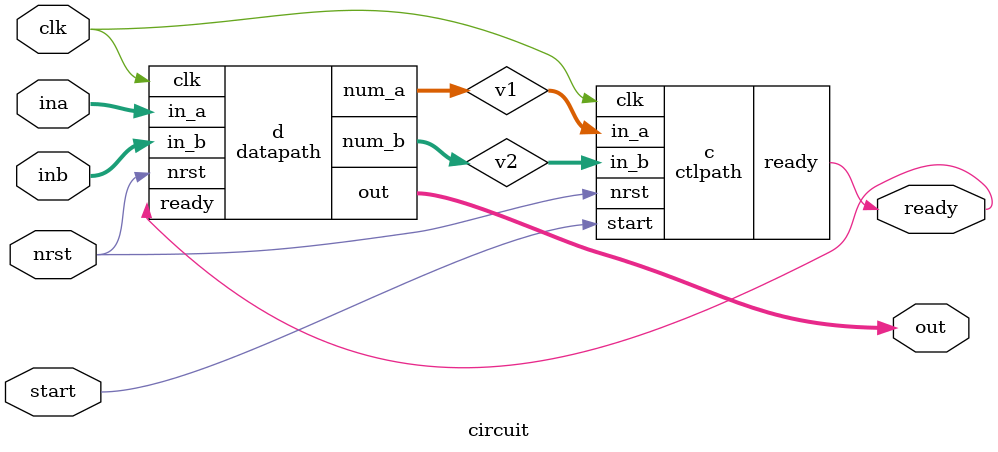
<source format=sv>

module datapath(input clk,nrst,ready, input logic[7:0] in_a, in_b,
                output logic[7:0] num_a, num_b,out);
  logic [7:0] prev_a,prev_b;
  const logic READY = 1'b1;
  const logic BUSY = 1'b0;
  always_comb begin 
    prev_a = num_a;
    prev_b = num_b;
  end
  always_ff @(posedge clk or negedge nrst)
    if(nrst) case (ready)
        READY: begin num_a <= in_a; num_b <= in_b; end
        BUSY: begin 
          if(prev_a == prev_b) begin
            num_a <= prev_a;
            num_b <= prev_b;
            out <= num_a;
          end
          else if(prev_a < prev_b)begin
            num_a <= prev_b;
            num_b <= prev_a;
          end
          else begin 
            num_a <= prev_a - prev_b;
            num_b <= prev_b;
          end
        end
      endcase
endmodule

module ctlpath(input clk, nrst,start,input logic[7:0] in_a, in_b,
             output ready);
  const logic READY = 1'b1;
  const logic BUSY = 1'b0;
  always_ff @(posedge clk or negedge nrst)
  if(!nrst) begin
    ready <= READY;
  end
  else case(ready)
    READY: if(start) begin ready<=BUSY; end
    BUSY: if(in_a == in_b) begin ready <= READY; end
  endcase
endmodule

module circuit(input clk,nrst,start,input logic [7:0] ina,inb, 
               output ready, output [7:0] out);
  logic [7:0] v1,v2;
  ctlpath c(clk,nrst,start,v1,v2,ready);
  datapath d(clk,nrst,ready,ina,inb,v1,v2,out);
endmodule
</source>
